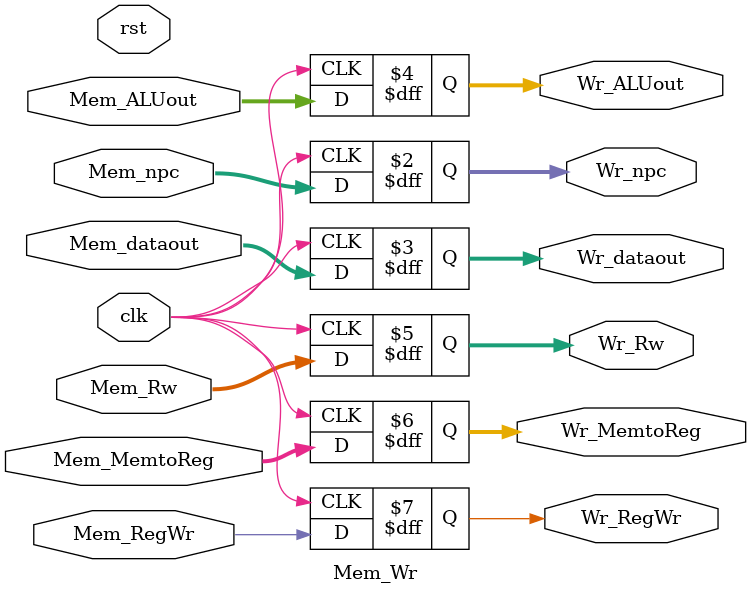
<source format=v>
module Mem_Wr(
    //data input
    input [31:0] Mem_npc,
    input [31:0] Mem_dataout, Mem_ALUout,
    input [4:0] Mem_Rw,
    
    //data output
    output reg [31:0] Wr_npc,
    output reg [31:0] Wr_dataout, Wr_ALUout,
    output reg [4:0] Wr_Rw,
    
    //control input
    input [1:0] Mem_MemtoReg,
    input Mem_RegWr,//5
    
    //control output
    output reg [1:0] Wr_MemtoReg,
    output reg Wr_RegWr,//5

    input clk, rst
);

    always @(negedge clk)
        begin
            Wr_npc <= Mem_npc;
            Wr_dataout <= Mem_dataout;
            Wr_ALUout <= Mem_ALUout;
            Wr_Rw <= Mem_Rw;

            Wr_MemtoReg <= Mem_MemtoReg;
            Wr_RegWr <= Mem_RegWr;
        end
endmodule
</source>
